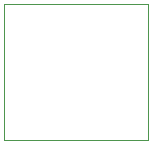
<source format=gbr>
%TF.GenerationSoftware,KiCad,Pcbnew,7.0.10*%
%TF.CreationDate,2024-04-20T21:53:22+01:00*%
%TF.ProjectId,Nano_switch_circuitry,4e616e6f-5f73-4776-9974-63685f636972,rev?*%
%TF.SameCoordinates,Original*%
%TF.FileFunction,Profile,NP*%
%FSLAX46Y46*%
G04 Gerber Fmt 4.6, Leading zero omitted, Abs format (unit mm)*
G04 Created by KiCad (PCBNEW 7.0.10) date 2024-04-20 21:53:22*
%MOMM*%
%LPD*%
G01*
G04 APERTURE LIST*
%TA.AperFunction,Profile*%
%ADD10C,0.100000*%
%TD*%
G04 APERTURE END LIST*
D10*
X118900000Y-107500000D02*
X131100000Y-107500000D01*
X131100000Y-119000000D01*
X118900000Y-119000000D01*
X118900000Y-107500000D01*
M02*

</source>
